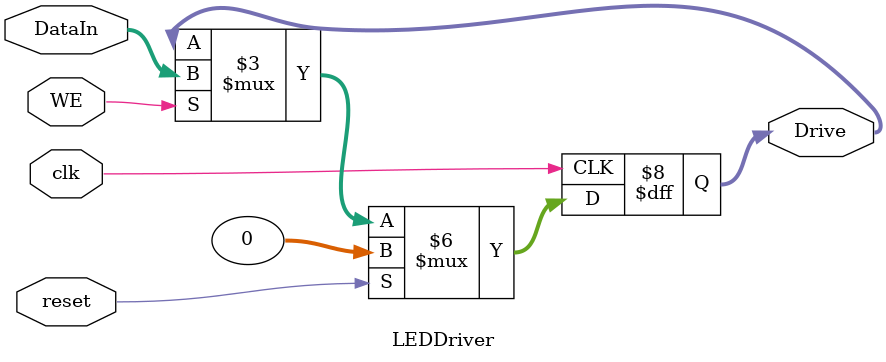
<source format=v>
`timescale 1ns / 1ps
module LEDDriver(
    input clk,
    input reset,
    input [31:0] DataIn,
    output reg [31:0] Drive = 0,
    input WE
    );
	 
	 always @(posedge clk) begin
		if (reset) begin
			Drive <= 0;
		end
		else 
		begin
			if (WE) begin
				Drive <= DataIn;
			end
		end
	 end


endmodule

</source>
